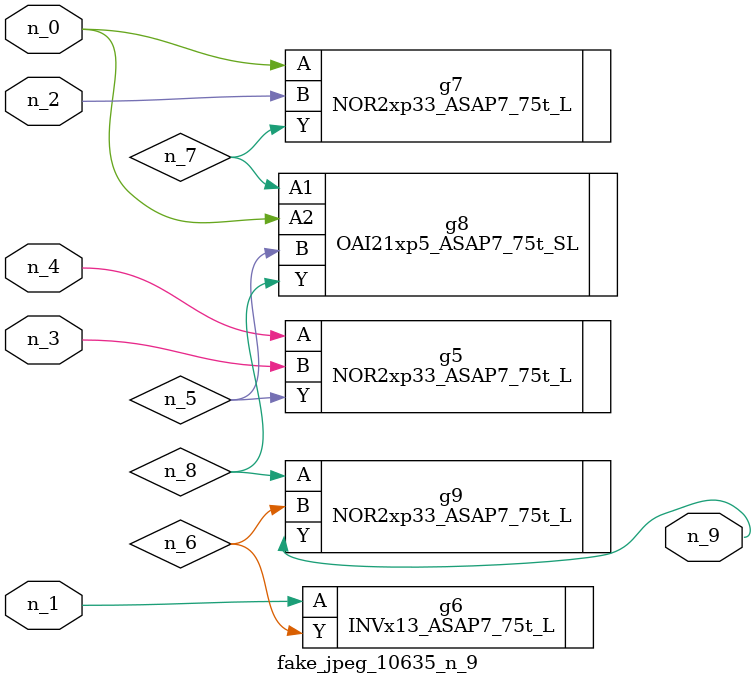
<source format=v>
module fake_jpeg_10635_n_9 (n_3, n_2, n_1, n_0, n_4, n_9);

input n_3;
input n_2;
input n_1;
input n_0;
input n_4;

output n_9;

wire n_8;
wire n_6;
wire n_5;
wire n_7;

NOR2xp33_ASAP7_75t_L g5 ( 
.A(n_4),
.B(n_3),
.Y(n_5)
);

INVx13_ASAP7_75t_L g6 ( 
.A(n_1),
.Y(n_6)
);

NOR2xp33_ASAP7_75t_L g7 ( 
.A(n_0),
.B(n_2),
.Y(n_7)
);

OAI21xp5_ASAP7_75t_SL g8 ( 
.A1(n_7),
.A2(n_0),
.B(n_5),
.Y(n_8)
);

NOR2xp33_ASAP7_75t_L g9 ( 
.A(n_8),
.B(n_6),
.Y(n_9)
);


endmodule
</source>
